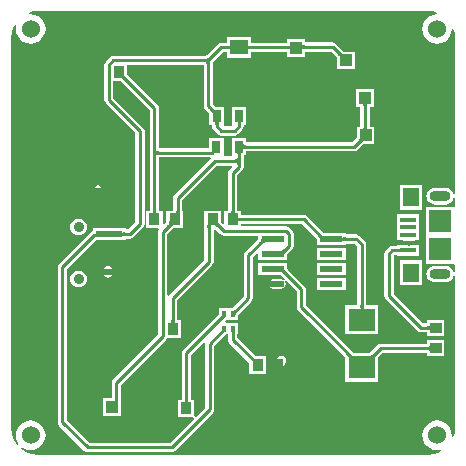
<source format=gtl>
G04*
G04 #@! TF.GenerationSoftware,Altium Limited,Altium Designer,19.1.5 (86)*
G04*
G04 Layer_Physical_Order=1*
G04 Layer_Color=255*
%FSLAX25Y25*%
%MOIN*%
G70*
G01*
G75*
%ADD13C,0.01000*%
%ADD15R,0.03543X0.03937*%
%ADD16R,0.08858X0.07677*%
%ADD17R,0.07756X0.02244*%
%ADD18R,0.03937X0.03543*%
%ADD19R,0.01575X0.01968*%
%ADD20R,0.09843X0.07874*%
%ADD21R,0.09055X0.01968*%
%ADD22R,0.02800X0.03900*%
%ADD23R,0.05906X0.05118*%
%ADD24R,0.03937X0.03937*%
%ADD25R,0.07480X0.07480*%
%ADD26R,0.05512X0.06299*%
%ADD27R,0.05315X0.01575*%
%ADD28R,0.03937X0.03937*%
%ADD47C,0.03543*%
%ADD48O,0.07087X0.03543*%
%ADD49C,0.01968*%
%ADD50C,0.06000*%
%ADD51C,0.02362*%
G36*
X141754Y148821D02*
X142905Y148471D01*
X142864Y147962D01*
X141711Y147810D01*
X140510Y147312D01*
X139479Y146521D01*
X138688Y145490D01*
X138190Y144289D01*
X138020Y143000D01*
X138190Y141711D01*
X138688Y140510D01*
X139479Y139479D01*
X140510Y138688D01*
X141711Y138190D01*
X143000Y138020D01*
X144289Y138190D01*
X145490Y138688D01*
X146521Y139479D01*
X147312Y140510D01*
X147810Y141711D01*
X147962Y142864D01*
X148471Y142905D01*
X148821Y141754D01*
X148986Y140076D01*
X148971Y140000D01*
Y88033D01*
X148472Y87991D01*
X148193Y88665D01*
X147748Y89245D01*
X147169Y89689D01*
X146495Y89968D01*
X145772Y90063D01*
X142228D01*
X141505Y89968D01*
X140831Y89689D01*
X140252Y89245D01*
X139807Y88665D01*
X139528Y87991D01*
X139433Y87268D01*
X139528Y86544D01*
X139807Y85870D01*
X140252Y85291D01*
X140831Y84847D01*
X141505Y84567D01*
X142228Y84472D01*
X145772D01*
X146495Y84567D01*
X147169Y84847D01*
X147748Y85291D01*
X148193Y85870D01*
X148472Y86544D01*
X148971Y86502D01*
Y84145D01*
X148740Y83740D01*
X148471Y83740D01*
X139260D01*
Y74260D01*
Y64811D01*
X148471D01*
X148740Y64811D01*
X148971Y64407D01*
Y62049D01*
X148472Y62007D01*
X148193Y62681D01*
X147748Y63260D01*
X147169Y63705D01*
X146495Y63984D01*
X145772Y64079D01*
X142228D01*
X141505Y63984D01*
X140831Y63705D01*
X140252Y63260D01*
X139807Y62681D01*
X139528Y62007D01*
X139433Y61283D01*
X139528Y60560D01*
X139807Y59886D01*
X140252Y59307D01*
X140831Y58862D01*
X141505Y58583D01*
X142228Y58488D01*
X145772D01*
X146495Y58583D01*
X147169Y58862D01*
X147748Y59307D01*
X148193Y59886D01*
X148472Y60560D01*
X148971Y60518D01*
Y10000D01*
X148986Y9924D01*
X148821Y8246D01*
X148399Y6856D01*
X147909Y6962D01*
X147980Y7500D01*
X147810Y8789D01*
X147312Y9990D01*
X146521Y11021D01*
X145490Y11812D01*
X144289Y12310D01*
X143000Y12480D01*
X141711Y12310D01*
X140510Y11812D01*
X139479Y11021D01*
X138688Y9990D01*
X138190Y8789D01*
X138020Y7500D01*
X138190Y6211D01*
X138688Y5010D01*
X139479Y3979D01*
X140510Y3187D01*
X141711Y2690D01*
X143000Y2520D01*
X144289Y2690D01*
X144446Y2228D01*
X143442Y1691D01*
X141754Y1179D01*
X140076Y1014D01*
X140000Y1029D01*
X10000D01*
X9924Y1014D01*
X8246Y1179D01*
X6558Y1691D01*
X5003Y2522D01*
X4251Y3140D01*
X4562Y3532D01*
X5010Y3187D01*
X6211Y2690D01*
X7500Y2520D01*
X8789Y2690D01*
X9990Y3187D01*
X11021Y3979D01*
X11812Y5010D01*
X12310Y6211D01*
X12480Y7500D01*
X12310Y8789D01*
X11812Y9990D01*
X11021Y11021D01*
X9990Y11812D01*
X8789Y12310D01*
X7500Y12480D01*
X6211Y12310D01*
X5010Y11812D01*
X3979Y11021D01*
X3187Y9990D01*
X2690Y8789D01*
X2520Y7500D01*
X2690Y6211D01*
X3187Y5010D01*
X3532Y4562D01*
X3140Y4251D01*
X2522Y5003D01*
X1691Y6558D01*
X1179Y8246D01*
X1014Y9924D01*
X1029Y10000D01*
Y140000D01*
X1014Y140076D01*
X1179Y141754D01*
X1691Y143442D01*
X2228Y144446D01*
X2690Y144289D01*
X2520Y143000D01*
X2690Y141711D01*
X3187Y140510D01*
X3979Y139479D01*
X5010Y138688D01*
X6211Y138190D01*
X7500Y138020D01*
X8789Y138190D01*
X9990Y138688D01*
X11021Y139479D01*
X11812Y140510D01*
X12310Y141711D01*
X12480Y143000D01*
X12310Y144289D01*
X11812Y145490D01*
X11021Y146521D01*
X9990Y147312D01*
X8789Y147810D01*
X7500Y147980D01*
X6962Y147909D01*
X6856Y148399D01*
X8246Y148821D01*
X9924Y148986D01*
X10000Y148971D01*
X140000D01*
X140076Y148986D01*
X141754Y148821D01*
D02*
G37*
%LPC*%
G36*
X80953Y140405D02*
X73047D01*
Y138376D01*
X71060D01*
X70474Y138259D01*
X69978Y137928D01*
X66369Y134318D01*
X66313Y134273D01*
X66224Y134213D01*
X66134Y134162D01*
X66043Y134120D01*
X65948Y134085D01*
X65848Y134057D01*
X65742Y134037D01*
X65671Y134029D01*
X35138D01*
X34553Y133913D01*
X34057Y133581D01*
X32497Y132022D01*
X32166Y131526D01*
X32049Y130940D01*
Y119452D01*
X32166Y118867D01*
X32497Y118371D01*
X42471Y108398D01*
Y78633D01*
X40004Y76167D01*
X39264D01*
Y76622D01*
X38290D01*
X38252Y76630D01*
X38214Y76622D01*
X38154D01*
X38139Y76623D01*
X38135Y76622D01*
X28209D01*
Y75572D01*
X28183Y75567D01*
X27687Y75235D01*
X17029Y64577D01*
X16697Y64081D01*
X16581Y63495D01*
Y11890D01*
X16697Y11304D01*
X17029Y10808D01*
X25419Y2419D01*
X25915Y2087D01*
X26500Y1971D01*
X54500D01*
X55085Y2087D01*
X55581Y2419D01*
X68249Y15086D01*
X68580Y15582D01*
X68697Y16167D01*
Y37353D01*
X72497Y41154D01*
X73349D01*
Y39472D01*
X73465Y38887D01*
X73796Y38391D01*
X80382Y31806D01*
Y28032D01*
X85925D01*
Y33968D01*
X82545D01*
X76407Y40106D01*
Y41154D01*
X76665D01*
Y45122D01*
X72549D01*
X72339Y45599D01*
X72563Y45878D01*
X76665D01*
Y47382D01*
X76673Y47420D01*
X76665Y47458D01*
Y47645D01*
X76876Y47894D01*
X81103Y52121D01*
X81435Y52618D01*
X81551Y53203D01*
Y66888D01*
X82916Y68253D01*
X83378Y68062D01*
Y65878D01*
X93134D01*
Y67922D01*
X93341Y68166D01*
X94715Y69541D01*
X95047Y70037D01*
X95163Y70622D01*
Y74743D01*
X95047Y75329D01*
X94715Y75825D01*
X93837Y76704D01*
X93340Y77035D01*
X92755Y77151D01*
X77618D01*
Y77971D01*
X97855D01*
X102621Y73204D01*
X102770Y73045D01*
X102866Y72925D01*
Y70878D01*
X112622D01*
Y71471D01*
X115366D01*
X116323Y70514D01*
Y50957D01*
X112423D01*
Y41280D01*
X123281D01*
Y50957D01*
X119382D01*
Y71148D01*
X119265Y71733D01*
X118934Y72229D01*
X117081Y74081D01*
X116585Y74413D01*
X116000Y74529D01*
X112622D01*
Y75122D01*
X105066D01*
X104822Y75329D01*
X99570Y80581D01*
X99073Y80913D01*
X98488Y81029D01*
X77618D01*
Y82468D01*
X76376D01*
Y94213D01*
X78081Y95919D01*
X78413Y96415D01*
X78529Y97000D01*
Y100850D01*
X79350D01*
Y102271D01*
X115450D01*
X116035Y102387D01*
X116531Y102719D01*
X118095Y104282D01*
X118255Y104431D01*
X118376Y104528D01*
X118381Y104532D01*
X118569D01*
X118607Y104524D01*
X118646Y104532D01*
X122118D01*
Y110468D01*
X120529D01*
Y117032D01*
X121968D01*
Y122968D01*
X116032D01*
Y117032D01*
X117471D01*
Y110468D01*
X116181D01*
Y106996D01*
X116174Y106958D01*
X116181Y106920D01*
Y106733D01*
X115970Y106484D01*
X114816Y105329D01*
X79350D01*
Y106750D01*
X74550D01*
Y100850D01*
X74183Y100529D01*
X72217D01*
X71850Y100850D01*
Y106750D01*
X67050D01*
Y103222D01*
X50336D01*
Y116496D01*
X50220Y117081D01*
X49889Y117578D01*
X40021Y127445D01*
X39872Y127606D01*
X39775Y127726D01*
X39772Y127732D01*
Y127920D01*
X39779Y127958D01*
X39772Y127996D01*
Y130971D01*
X65184D01*
Y117337D01*
X65300Y116751D01*
X65632Y116255D01*
X66851Y115036D01*
X67000Y114876D01*
X67097Y114755D01*
X67100Y114750D01*
Y114562D01*
X67092Y114524D01*
X67100Y114486D01*
Y111050D01*
X67971D01*
Y110500D01*
X68087Y109915D01*
X68419Y109419D01*
X69919Y107919D01*
X70415Y107587D01*
X71000Y107471D01*
X75500D01*
X76085Y107587D01*
X76581Y107919D01*
X78081Y109419D01*
X78413Y109915D01*
X78529Y110500D01*
Y111050D01*
X79300D01*
Y116950D01*
X74500D01*
Y111050D01*
X74500D01*
X74439Y110575D01*
X74408Y110529D01*
X72092D01*
X72039Y110608D01*
X71900Y111050D01*
X71900D01*
Y116950D01*
X69564D01*
X69526Y116958D01*
X69488Y116950D01*
X69301D01*
X69052Y117161D01*
X68243Y117970D01*
Y131458D01*
X68251Y131529D01*
X68271Y131635D01*
X68298Y131735D01*
X68333Y131829D01*
X68375Y131921D01*
X68426Y132010D01*
X68487Y132099D01*
X68532Y132155D01*
X71693Y135317D01*
X73047D01*
Y133287D01*
X80953D01*
Y135317D01*
X93032D01*
Y133681D01*
X98968D01*
Y135471D01*
X107567D01*
X109483Y133555D01*
X109632Y133394D01*
X109729Y133273D01*
X109732Y133268D01*
Y133080D01*
X109725Y133042D01*
X109732Y133004D01*
Y129532D01*
X115669D01*
Y135468D01*
X112197D01*
X112159Y135476D01*
X112120Y135468D01*
X111934D01*
X111684Y135679D01*
X109282Y138081D01*
X108786Y138413D01*
X108201Y138529D01*
X98968D01*
Y139618D01*
X96306D01*
X96000Y139679D01*
X95694Y139618D01*
X93032D01*
Y138376D01*
X80953D01*
Y140405D01*
D02*
G37*
G36*
X29906Y90825D02*
X29320Y90708D01*
X28824Y90377D01*
X28493Y89881D01*
X28376Y89295D01*
X28493Y88710D01*
X28824Y88214D01*
X30887Y86151D01*
X30829Y85858D01*
X30945Y85273D01*
X31277Y84777D01*
X31773Y84445D01*
X32358Y84329D01*
X33342D01*
X33928Y84445D01*
X34424Y84777D01*
X34756Y85273D01*
X34872Y85858D01*
X34756Y86444D01*
X34424Y86940D01*
X30987Y90377D01*
X30491Y90708D01*
X29906Y90825D01*
D02*
G37*
G36*
X138110Y91024D02*
X130598D01*
Y82724D01*
X138110D01*
Y91024D01*
D02*
G37*
G36*
X23500Y79796D02*
X22776Y79700D01*
X22102Y79421D01*
X21523Y78977D01*
X21079Y78398D01*
X20800Y77724D01*
X20704Y77000D01*
X20800Y76276D01*
X21079Y75602D01*
X21523Y75023D01*
X22102Y74579D01*
X22776Y74300D01*
X23500Y74204D01*
X24224Y74300D01*
X24898Y74579D01*
X25477Y75023D01*
X25921Y75602D01*
X26200Y76276D01*
X26296Y77000D01*
X26200Y77724D01*
X25921Y78398D01*
X25477Y78977D01*
X24898Y79421D01*
X24224Y79700D01*
X23500Y79796D01*
D02*
G37*
G36*
X137126Y81181D02*
X129811D01*
Y77606D01*
Y75047D01*
Y72488D01*
X131624D01*
X131993Y71988D01*
X131939Y71716D01*
X131993Y71445D01*
X131624Y70945D01*
X129811D01*
Y70687D01*
X128022D01*
X127437Y70570D01*
X126941Y70239D01*
X125911Y69209D01*
X125579Y68713D01*
X125463Y68128D01*
Y53990D01*
X125579Y53405D01*
X125911Y52909D01*
X136554Y42265D01*
X137050Y41934D01*
X137636Y41817D01*
X139532D01*
Y40575D01*
X145468D01*
Y46118D01*
X139532D01*
Y44876D01*
X138269D01*
X128522Y54624D01*
Y67494D01*
X128656Y67628D01*
X129811D01*
Y67370D01*
X137126D01*
Y70945D01*
X135564D01*
X135247Y71331D01*
X135269Y71445D01*
X135215Y71716D01*
X135270Y71988D01*
X135247Y72102D01*
X135564Y72488D01*
X137126D01*
Y75047D01*
Y77606D01*
Y81181D01*
D02*
G37*
G36*
X112622Y70122D02*
X102866D01*
Y65878D01*
X112622D01*
Y70122D01*
D02*
G37*
G36*
Y65122D02*
X102866D01*
Y60878D01*
X112622D01*
Y65122D01*
D02*
G37*
G36*
X93134D02*
X83378D01*
Y60878D01*
X90670D01*
X90708Y60870D01*
X90746Y60878D01*
X90933D01*
X91182Y60667D01*
X92313Y59536D01*
X91994Y59148D01*
X91597Y59413D01*
X91012Y59529D01*
X88256D01*
X87671Y59413D01*
X87174Y59081D01*
X86843Y58585D01*
X86726Y58000D01*
X86843Y57415D01*
X87174Y56919D01*
X87671Y56587D01*
X88256Y56471D01*
X91012D01*
X91597Y56587D01*
X92093Y56919D01*
X92425Y57415D01*
X92541Y58000D01*
X92425Y58585D01*
X92159Y58982D01*
X92548Y59301D01*
X96193Y55656D01*
Y50304D01*
X96309Y49718D01*
X96640Y49222D01*
X112203Y33659D01*
X112378Y33473D01*
X112423Y33418D01*
Y25335D01*
X123281D01*
Y33412D01*
X123455Y33613D01*
X124840Y34998D01*
X139532D01*
Y33882D01*
X145468D01*
Y39425D01*
X139532D01*
Y38057D01*
X124206D01*
X123621Y37940D01*
X123125Y37609D01*
X120745Y35229D01*
X120676Y35168D01*
X120561Y35078D01*
X120469Y35015D01*
X120464Y35012D01*
X115241D01*
X115235Y35015D01*
X115155Y35070D01*
X114935Y35253D01*
X99251Y50937D01*
Y56290D01*
X99135Y56875D01*
X98803Y57371D01*
X93383Y62792D01*
X93234Y62952D01*
X93137Y63073D01*
X93134Y63078D01*
Y63266D01*
X93141Y63304D01*
X93134Y63342D01*
Y65122D01*
D02*
G37*
G36*
X138110Y65827D02*
X130598D01*
Y57528D01*
X138110D01*
Y65827D01*
D02*
G37*
G36*
X112622Y60122D02*
X102866D01*
Y55878D01*
X112622D01*
Y60122D01*
D02*
G37*
G36*
X12673Y52348D02*
X11689D01*
X11104Y52232D01*
X10607Y51900D01*
X9919Y51211D01*
X9587Y50715D01*
X9471Y50130D01*
X9587Y49545D01*
X9919Y49049D01*
X10415Y48717D01*
X11000Y48601D01*
X11585Y48717D01*
X12081Y49049D01*
X12323Y49290D01*
X12673D01*
X13259Y49406D01*
X13755Y49738D01*
X14086Y50234D01*
X14203Y50819D01*
X14086Y51404D01*
X13755Y51900D01*
X13259Y52232D01*
X12673Y52348D01*
D02*
G37*
G36*
X91118Y33998D02*
X90533Y33882D01*
X90037Y33550D01*
X88765Y32278D01*
X88433Y31782D01*
X88317Y31197D01*
Y31000D01*
X88433Y30415D01*
X88765Y29919D01*
X89261Y29587D01*
X89846Y29471D01*
X90432Y29587D01*
X90928Y29919D01*
X91259Y30415D01*
X91267Y30455D01*
X92199Y31387D01*
X92531Y31883D01*
X92647Y32469D01*
X92531Y33054D01*
X92199Y33550D01*
X91703Y33882D01*
X91118Y33998D01*
D02*
G37*
%LPD*%
G36*
X97955Y137905D02*
X97985Y137820D01*
X98036Y137745D01*
X98106Y137680D01*
X98198Y137625D01*
X98309Y137580D01*
X98440Y137545D01*
X98592Y137520D01*
X98764Y137505D01*
X98957Y137500D01*
Y136500D01*
X98764Y136495D01*
X98592Y136480D01*
X98440Y136455D01*
X98309Y136420D01*
X98198Y136375D01*
X98106Y136320D01*
X98036Y136255D01*
X97985Y136180D01*
X97955Y136095D01*
X97944Y136000D01*
Y138000D01*
X97955Y137905D01*
D02*
G37*
G36*
X94055Y135846D02*
X94045Y135942D01*
X94015Y136026D01*
X93964Y136101D01*
X93894Y136167D01*
X93802Y136222D01*
X93691Y136267D01*
X93560Y136301D01*
X93408Y136326D01*
X93236Y136342D01*
X93044Y136346D01*
Y137346D01*
X93236Y137351D01*
X93408Y137366D01*
X93560Y137391D01*
X93691Y137426D01*
X93802Y137471D01*
X93894Y137526D01*
X93964Y137592D01*
X94015Y137666D01*
X94045Y137751D01*
X94055Y137847D01*
Y135846D01*
D02*
G37*
G36*
X79939Y137751D02*
X79969Y137666D01*
X80020Y137592D01*
X80091Y137526D01*
X80182Y137471D01*
X80293Y137426D01*
X80425Y137391D01*
X80576Y137366D01*
X80748Y137351D01*
X80941Y137346D01*
Y136346D01*
X80748Y136342D01*
X80576Y136326D01*
X80425Y136301D01*
X80293Y136267D01*
X80182Y136222D01*
X80091Y136167D01*
X80020Y136101D01*
X79969Y136026D01*
X79939Y135942D01*
X79929Y135846D01*
Y137847D01*
X79939Y137751D01*
D02*
G37*
G36*
X74071Y135846D02*
X74061Y135942D01*
X74031Y136026D01*
X73980Y136101D01*
X73909Y136167D01*
X73818Y136222D01*
X73707Y136267D01*
X73575Y136301D01*
X73424Y136326D01*
X73251Y136342D01*
X73059Y136346D01*
Y137346D01*
X73251Y137351D01*
X73424Y137366D01*
X73575Y137391D01*
X73707Y137426D01*
X73818Y137471D01*
X73909Y137526D01*
X73980Y137592D01*
X74031Y137666D01*
X74061Y137751D01*
X74071Y137847D01*
Y135846D01*
D02*
G37*
G36*
X110949Y134966D02*
X111317Y134654D01*
X111480Y134541D01*
X111628Y134457D01*
X111762Y134400D01*
X111883Y134372D01*
X111989D01*
X112081Y134400D01*
X112159Y134457D01*
X110744Y133042D01*
X110801Y133120D01*
X110829Y133212D01*
Y133318D01*
X110801Y133438D01*
X110744Y133573D01*
X110659Y133721D01*
X110546Y133884D01*
X110405Y134061D01*
X110037Y134457D01*
X110744Y135164D01*
X110949Y134966D01*
D02*
G37*
G36*
X67920Y133000D02*
X67786Y132856D01*
X67666Y132705D01*
X67560Y132549D01*
X67468Y132387D01*
X67390Y132220D01*
X67326Y132046D01*
X67277Y131867D01*
X67242Y131681D01*
X67220Y131490D01*
X67213Y131293D01*
X66213Y131000D01*
X66203Y131190D01*
X66173Y131360D01*
X66123Y131510D01*
X66053Y131640D01*
X65963Y131750D01*
X65853Y131840D01*
X65723Y131910D01*
X65573Y131960D01*
X65403Y131990D01*
X65213Y132000D01*
X65506Y133000D01*
X65703Y133007D01*
X65895Y133028D01*
X66080Y133064D01*
X66259Y133113D01*
X66433Y133177D01*
X66601Y133255D01*
X66763Y133346D01*
X66919Y133452D01*
X67069Y133573D01*
X67213Y133707D01*
X67920Y133000D01*
D02*
G37*
G36*
X38703Y127880D02*
X38675Y127788D01*
Y127682D01*
X38703Y127562D01*
X38760Y127427D01*
X38844Y127279D01*
X38958Y127116D01*
X39099Y126939D01*
X39467Y126543D01*
X38760Y125836D01*
X38555Y126034D01*
X38187Y126346D01*
X38024Y126459D01*
X37876Y126543D01*
X37741Y126600D01*
X37621Y126628D01*
X37515D01*
X37423Y126600D01*
X37345Y126543D01*
X38760Y127958D01*
X38703Y127880D01*
D02*
G37*
G36*
X37819Y125321D02*
X47278Y115863D01*
Y101693D01*
Y82468D01*
X46035D01*
Y76531D01*
X49915D01*
X50183Y76032D01*
X50087Y75888D01*
X49971Y75303D01*
Y43881D01*
X49471Y43729D01*
X49235Y44081D01*
X48739Y44413D01*
X48154Y44529D01*
X47568Y44413D01*
X47072Y44081D01*
X46741Y43585D01*
X46624Y43000D01*
Y42803D01*
X46741Y42218D01*
X47072Y41722D01*
X47568Y41390D01*
X48154Y41274D01*
X48739Y41390D01*
X49235Y41722D01*
X49471Y42074D01*
X49971Y41923D01*
Y41118D01*
X35037Y26184D01*
X34705Y25688D01*
X34589Y25103D01*
Y19969D01*
X31681D01*
Y14031D01*
X37618D01*
Y18321D01*
X37648Y18469D01*
Y24470D01*
X52581Y39404D01*
X52913Y39900D01*
X52939Y40031D01*
X57618D01*
Y45968D01*
X56376D01*
Y52713D01*
X68052Y64389D01*
X68384Y64885D01*
X68500Y65471D01*
Y76066D01*
X68910Y76287D01*
X69000Y76294D01*
X70753Y74541D01*
X71249Y74209D01*
X71835Y74093D01*
X83378D01*
Y73342D01*
X83370Y73304D01*
X83378Y73266D01*
Y73079D01*
X83167Y72830D01*
X78940Y68603D01*
X78609Y68107D01*
X78492Y67522D01*
Y53836D01*
X74752Y50096D01*
X74591Y49947D01*
X74470Y49850D01*
X74465Y49846D01*
X74277D01*
X74239Y49854D01*
X74201Y49846D01*
X70335D01*
Y48041D01*
X58265Y35971D01*
X57933Y35475D01*
X57817Y34890D01*
Y19468D01*
X56575D01*
Y13532D01*
X61661D01*
X61869Y13032D01*
X53866Y5029D01*
X27134D01*
X19640Y12523D01*
Y62862D01*
X29402Y72624D01*
X33252D01*
X33400Y72654D01*
X38135D01*
X38139Y72652D01*
X38154Y72654D01*
X38214D01*
X38252Y72646D01*
X38290Y72654D01*
X39264D01*
Y73108D01*
X40638D01*
X41223Y73225D01*
X41719Y73556D01*
X45081Y76919D01*
X45413Y77415D01*
X45529Y78000D01*
Y109031D01*
X45413Y109616D01*
X45081Y110113D01*
X35108Y120086D01*
Y125531D01*
X37307D01*
X37345Y125524D01*
X37384Y125531D01*
X37570D01*
X37819Y125321D01*
D02*
G37*
G36*
X119905Y118045D02*
X119820Y118015D01*
X119745Y117964D01*
X119680Y117894D01*
X119625Y117803D01*
X119580Y117691D01*
X119545Y117560D01*
X119520Y117408D01*
X119505Y117236D01*
X119500Y117043D01*
X118500D01*
X118495Y117236D01*
X118480Y117408D01*
X118455Y117560D01*
X118420Y117691D01*
X118375Y117803D01*
X118320Y117894D01*
X118255Y117964D01*
X118180Y118015D01*
X118095Y118045D01*
X118000Y118055D01*
X120000D01*
X119905Y118045D01*
D02*
G37*
G36*
X68317Y116447D02*
X68685Y116136D01*
X68847Y116023D01*
X68996Y115938D01*
X69130Y115881D01*
X69250Y115853D01*
X69357D01*
X69448Y115881D01*
X69526Y115938D01*
X68112Y114524D01*
X68169Y114602D01*
X68197Y114693D01*
Y114800D01*
X68169Y114920D01*
X68112Y115054D01*
X68027Y115203D01*
X67914Y115365D01*
X67773Y115542D01*
X67405Y115938D01*
X68112Y116645D01*
X68317Y116447D01*
D02*
G37*
G36*
X70405Y112064D02*
X70320Y112033D01*
X70245Y111983D01*
X70180Y111912D01*
X70125Y111821D01*
X70080Y111710D01*
X70045Y111578D01*
X70020Y111426D01*
X70005Y111254D01*
X70000Y111062D01*
X69000D01*
X68995Y111254D01*
X68980Y111426D01*
X68955Y111578D01*
X68920Y111710D01*
X68875Y111821D01*
X68820Y111912D01*
X68755Y111983D01*
X68680Y112033D01*
X68595Y112064D01*
X68500Y112074D01*
X70500D01*
X70405Y112064D01*
D02*
G37*
G36*
X119505Y110264D02*
X119520Y110092D01*
X119545Y109940D01*
X119580Y109809D01*
X119625Y109697D01*
X119680Y109606D01*
X119745Y109536D01*
X119820Y109485D01*
X119905Y109455D01*
X120000Y109444D01*
X118000D01*
X118095Y109455D01*
X118180Y109485D01*
X118255Y109536D01*
X118320Y109606D01*
X118375Y109697D01*
X118420Y109809D01*
X118455Y109940D01*
X118480Y110092D01*
X118495Y110264D01*
X118500Y110457D01*
X119500D01*
X119505Y110264D01*
D02*
G37*
G36*
X118607Y105543D02*
X118529Y105600D01*
X118438Y105628D01*
X118332D01*
X118211Y105600D01*
X118077Y105543D01*
X117929Y105459D01*
X117766Y105345D01*
X117589Y105204D01*
X117193Y104836D01*
X116486Y105543D01*
X116684Y105749D01*
X116995Y106116D01*
X117108Y106279D01*
X117193Y106427D01*
X117250Y106562D01*
X117278Y106682D01*
Y106788D01*
X117250Y106880D01*
X117193Y106958D01*
X118607Y105543D01*
D02*
G37*
G36*
X78336Y104705D02*
X78367Y104620D01*
X78417Y104545D01*
X78488Y104480D01*
X78579Y104425D01*
X78690Y104380D01*
X78822Y104345D01*
X78974Y104320D01*
X79146Y104305D01*
X79338Y104300D01*
Y103300D01*
X79146Y103295D01*
X78974Y103280D01*
X78822Y103255D01*
X78690Y103220D01*
X78579Y103175D01*
X78488Y103120D01*
X78417Y103055D01*
X78367Y102980D01*
X78336Y102895D01*
X78326Y102800D01*
Y104800D01*
X78336Y104705D01*
D02*
G37*
G36*
X77905Y101864D02*
X77820Y101833D01*
X77745Y101783D01*
X77680Y101712D01*
X77625Y101621D01*
X77580Y101510D01*
X77545Y101378D01*
X77520Y101226D01*
X77505Y101054D01*
X77500Y100862D01*
X76500D01*
X76495Y101054D01*
X76480Y101226D01*
X76455Y101378D01*
X76420Y101510D01*
X76375Y101621D01*
X76320Y101712D01*
X76255Y101783D01*
X76180Y101833D01*
X76095Y101864D01*
X76000Y101874D01*
X78000D01*
X77905Y101864D01*
D02*
G37*
G36*
X49317Y103003D02*
X49347Y102833D01*
X49397Y102683D01*
X49467Y102553D01*
X49557Y102443D01*
X49667Y102353D01*
X49797Y102283D01*
X49947Y102233D01*
X50117Y102203D01*
X50307Y102193D01*
Y101193D01*
X50117Y101183D01*
X49947Y101153D01*
X49797Y101103D01*
X49667Y101033D01*
X49557Y100943D01*
X49467Y100833D01*
X49397Y100703D01*
X49347Y100553D01*
X49317Y100383D01*
X49307Y100193D01*
X48307Y101693D01*
X49307Y103193D01*
X49317Y103003D01*
D02*
G37*
G36*
X77500Y99000D02*
X76500Y97500D01*
X76490Y97690D01*
X76460Y97860D01*
X76410Y98010D01*
X76340Y98140D01*
X76250Y98250D01*
X76140Y98340D01*
X76010Y98410D01*
X75860Y98460D01*
X75690Y98490D01*
X75500Y98500D01*
Y99500D01*
X75690Y99510D01*
X75860Y99540D01*
X76010Y99590D01*
X76140Y99660D01*
X76250Y99750D01*
X76340Y99860D01*
X76410Y99990D01*
X76460Y100140D01*
X76490Y100310D01*
X76500Y100500D01*
X77500Y99000D01*
D02*
G37*
G36*
X75352Y82264D02*
X75366Y82092D01*
X75392Y81940D01*
X75427Y81809D01*
X75472Y81697D01*
X75526Y81606D01*
X75591Y81536D01*
X75666Y81485D01*
X75752Y81455D01*
X75846Y81445D01*
X73847D01*
X73941Y81455D01*
X74027Y81485D01*
X74102Y81536D01*
X74167Y81606D01*
X74221Y81697D01*
X74266Y81809D01*
X74301Y81940D01*
X74326Y82092D01*
X74341Y82264D01*
X74347Y82456D01*
X75346D01*
X75352Y82264D01*
D02*
G37*
G36*
X57003Y82266D02*
X57042Y81817D01*
X57065Y81707D01*
X57094Y81616D01*
X57127Y81546D01*
X57166Y81497D01*
X57210Y81467D01*
X57260Y81457D01*
X55500Y81445D01*
X55595Y81455D01*
X55680Y81486D01*
X55755Y81537D01*
X55820Y81608D01*
X55875Y81699D01*
X55920Y81810D01*
X55955Y81942D01*
X55980Y82093D01*
X55995Y82265D01*
X56000Y82456D01*
X57000D01*
X57003Y82266D01*
D02*
G37*
G36*
X49312Y82264D02*
X49327Y82092D01*
X49352Y81940D01*
X49387Y81809D01*
X49432Y81697D01*
X49487Y81606D01*
X49552Y81536D01*
X49627Y81485D01*
X49712Y81455D01*
X49807Y81445D01*
X47807D01*
X47902Y81455D01*
X47987Y81485D01*
X48062Y81536D01*
X48127Y81606D01*
X48182Y81697D01*
X48227Y81809D01*
X48262Y81940D01*
X48287Y82092D01*
X48302Y82264D01*
X48307Y82456D01*
X49307D01*
X49312Y82264D01*
D02*
G37*
G36*
X76616Y80405D02*
X76646Y80320D01*
X76696Y80245D01*
X76766Y80180D01*
X76856Y80125D01*
X76966Y80080D01*
X77096Y80045D01*
X77246Y80020D01*
X77416Y80005D01*
X77606Y80000D01*
Y79000D01*
X77416Y78995D01*
X77246Y78980D01*
X77096Y78955D01*
X76966Y78920D01*
X76856Y78875D01*
X76766Y78820D01*
X76696Y78755D01*
X76646Y78680D01*
X76616Y78595D01*
X76606Y78500D01*
Y80500D01*
X76616Y80405D01*
D02*
G37*
G36*
X67501Y99664D02*
X55419Y87581D01*
X55087Y87085D01*
X54971Y86500D01*
Y82468D01*
X52728D01*
Y78731D01*
X52521Y78487D01*
X52041Y78007D01*
X51579Y78198D01*
Y82468D01*
X50336D01*
Y100163D01*
X67294D01*
X67501Y99664D01*
D02*
G37*
G36*
X74846Y97009D02*
X73765Y95928D01*
X73434Y95432D01*
X73317Y94846D01*
Y82468D01*
X72075D01*
Y78198D01*
X71613Y78007D01*
X71175Y78445D01*
X71025Y78606D01*
X70929Y78727D01*
X70925Y78732D01*
Y78920D01*
X70933Y78958D01*
X70925Y78996D01*
Y82468D01*
X65382D01*
Y77575D01*
X65374Y77536D01*
X65382Y77499D01*
Y76531D01*
X65441D01*
Y66104D01*
X53765Y54428D01*
X53529Y54075D01*
X53029Y54227D01*
Y74670D01*
X54647Y76287D01*
X54806Y76435D01*
X54926Y76531D01*
X58272D01*
Y81424D01*
X58279Y81463D01*
X58272Y81500D01*
Y82468D01*
X58029D01*
Y85866D01*
X69634Y97471D01*
X74654D01*
X74846Y97009D01*
D02*
G37*
G36*
X55155Y77556D02*
X55078Y77611D01*
X54987Y77638D01*
X54881Y77637D01*
X54761Y77607D01*
X54627Y77549D01*
X54479Y77464D01*
X54316Y77349D01*
X54138Y77206D01*
X53740Y76836D01*
X53033Y77543D01*
X53232Y77750D01*
X53546Y78119D01*
X53660Y78282D01*
X53746Y78430D01*
X53804Y78565D01*
X53834Y78685D01*
X53835Y78790D01*
X53808Y78881D01*
X53752Y78958D01*
X55155Y77556D01*
D02*
G37*
G36*
X69857Y78880D02*
X69828Y78788D01*
Y78682D01*
X69857Y78562D01*
X69913Y78427D01*
X69998Y78279D01*
X70111Y78116D01*
X70253Y77939D01*
X70620Y77543D01*
X69913Y76836D01*
X69708Y77034D01*
X69340Y77346D01*
X69178Y77459D01*
X69029Y77543D01*
X68895Y77600D01*
X68775Y77628D01*
X68669D01*
X68577Y77600D01*
X68499Y77543D01*
X69913Y78958D01*
X69857Y78880D01*
D02*
G37*
G36*
X67876Y77545D02*
X67791Y77514D01*
X67716Y77463D01*
X67651Y77392D01*
X67596Y77301D01*
X67551Y77189D01*
X67516Y77058D01*
X67491Y76907D01*
X67476Y76735D01*
X67471Y76543D01*
X66471D01*
X66470Y76733D01*
X66422Y77504D01*
X66408Y77534D01*
X66394Y77543D01*
X67971Y77556D01*
X67876Y77545D01*
D02*
G37*
G36*
X38262Y75520D02*
X38292Y75440D01*
X38342Y75369D01*
X38412Y75308D01*
X38502Y75256D01*
X38612Y75213D01*
X38742Y75180D01*
X38892Y75157D01*
X39062Y75143D01*
X39252Y75138D01*
Y74138D01*
X39062Y74133D01*
X38892Y74119D01*
X38742Y74095D01*
X38612Y74062D01*
X38502Y74020D01*
X38412Y73968D01*
X38342Y73906D01*
X38292Y73836D01*
X38262Y73755D01*
X38252Y73665D01*
Y75610D01*
X38262Y75520D01*
D02*
G37*
G36*
X104084Y74618D02*
X104453Y74304D01*
X104616Y74190D01*
X104765Y74104D01*
X104899Y74046D01*
X105019Y74017D01*
X105125Y74016D01*
X105216Y74043D01*
X105292Y74098D01*
X103890Y72696D01*
X103946Y72773D01*
X103973Y72864D01*
X103971Y72969D01*
X103942Y73089D01*
X103884Y73223D01*
X103798Y73372D01*
X103684Y73535D01*
X103541Y73712D01*
X103171Y74110D01*
X103878Y74817D01*
X104084Y74618D01*
D02*
G37*
G36*
X111608Y73905D02*
X111638Y73820D01*
X111689Y73745D01*
X111760Y73680D01*
X111851Y73625D01*
X111962Y73580D01*
X112094Y73545D01*
X112246Y73520D01*
X112418Y73505D01*
X112610Y73500D01*
Y72500D01*
X112418Y72495D01*
X112246Y72480D01*
X112094Y72455D01*
X111962Y72420D01*
X111851Y72375D01*
X111760Y72320D01*
X111689Y72255D01*
X111638Y72180D01*
X111608Y72095D01*
X111598Y72000D01*
Y74000D01*
X111608Y73905D01*
D02*
G37*
G36*
X85804Y71890D02*
X85726Y71947D01*
X85634Y71975D01*
X85528D01*
X85408Y71947D01*
X85274Y71890D01*
X85125Y71805D01*
X84963Y71692D01*
X84786Y71551D01*
X84390Y71183D01*
X83683Y71890D01*
X83881Y72095D01*
X84192Y72463D01*
X84305Y72625D01*
X84390Y72774D01*
X84447Y72908D01*
X84475Y73028D01*
Y73134D01*
X84447Y73226D01*
X84390Y73304D01*
X85804Y71890D01*
D02*
G37*
G36*
X92829Y69110D02*
X92630Y68904D01*
X92316Y68535D01*
X92202Y68372D01*
X92116Y68223D01*
X92058Y68089D01*
X92029Y67969D01*
X92027Y67864D01*
X92054Y67773D01*
X92110Y67696D01*
X90708Y69098D01*
X90784Y69043D01*
X90875Y69016D01*
X90981Y69017D01*
X91101Y69046D01*
X91235Y69104D01*
X91384Y69190D01*
X91547Y69304D01*
X91724Y69447D01*
X92122Y69817D01*
X92829Y69110D01*
D02*
G37*
G36*
X118357Y50753D02*
X118372Y50581D01*
X118397Y50429D01*
X118432Y50297D01*
X118477Y50186D01*
X118532Y50095D01*
X118597Y50024D01*
X118672Y49973D01*
X118757Y49943D01*
X118852Y49933D01*
X116852D01*
X116947Y49943D01*
X117032Y49973D01*
X117107Y50024D01*
X117172Y50095D01*
X117227Y50186D01*
X117272Y50297D01*
X117307Y50429D01*
X117332Y50581D01*
X117347Y50753D01*
X117352Y50945D01*
X118352D01*
X118357Y50753D01*
D02*
G37*
G36*
X76360Y48834D02*
X76162Y48629D01*
X75851Y48262D01*
X75738Y48099D01*
X75653Y47951D01*
X75597Y47816D01*
X75568Y47696D01*
Y47590D01*
X75597Y47498D01*
X75653Y47420D01*
X74239Y48834D01*
X74317Y48778D01*
X74409Y48750D01*
X74515D01*
X74635Y48778D01*
X74770Y48834D01*
X74918Y48919D01*
X75081Y49032D01*
X75257Y49174D01*
X75653Y49542D01*
X76360Y48834D01*
D02*
G37*
G36*
X55352Y45764D02*
X55366Y45592D01*
X55392Y45440D01*
X55427Y45309D01*
X55471Y45197D01*
X55527Y45106D01*
X55591Y45036D01*
X55667Y44985D01*
X55752Y44955D01*
X55847Y44945D01*
X53847D01*
X53942Y44955D01*
X54027Y44985D01*
X54102Y45036D01*
X54167Y45106D01*
X54221Y45197D01*
X54267Y45309D01*
X54302Y45440D01*
X54326Y45592D01*
X54342Y45764D01*
X54347Y45957D01*
X55347D01*
X55352Y45764D01*
D02*
G37*
G36*
X36606Y18957D02*
X35118Y18945D01*
X35213Y18955D01*
X35298Y18986D01*
X35373Y19037D01*
X35438Y19108D01*
X35493Y19199D01*
X35538Y19311D01*
X35573Y19442D01*
X35598Y19593D01*
X35613Y19765D01*
X35618Y19956D01*
X36618D01*
X36606Y18957D01*
D02*
G37*
G36*
X65719Y38392D02*
X65638Y37986D01*
Y16801D01*
X62618Y13781D01*
X62118Y13988D01*
Y19468D01*
X60876D01*
Y34256D01*
X65258Y38638D01*
X65719Y38392D01*
D02*
G37*
%LPC*%
G36*
X33252Y64053D02*
X32667Y63937D01*
X32171Y63605D01*
X31839Y63109D01*
X31723Y62524D01*
X31839Y61938D01*
X31864Y61901D01*
X31813Y61646D01*
X31930Y61060D01*
X32261Y60564D01*
X32757Y60233D01*
X33342Y60116D01*
X33928Y60233D01*
X34424Y60564D01*
X34818Y60958D01*
X35149Y61454D01*
X35266Y62039D01*
X35149Y62625D01*
X34818Y63121D01*
X34333Y63605D01*
X33837Y63937D01*
X33252Y64053D01*
D02*
G37*
G36*
X23500Y62473D02*
X22776Y62378D01*
X22102Y62098D01*
X21523Y61654D01*
X21079Y61075D01*
X20800Y60401D01*
X20704Y59677D01*
X20800Y58954D01*
X21079Y58279D01*
X21523Y57700D01*
X22102Y57256D01*
X22776Y56977D01*
X23500Y56882D01*
X24224Y56977D01*
X24898Y57256D01*
X25477Y57700D01*
X25921Y58279D01*
X26200Y58954D01*
X26296Y59677D01*
X26200Y60401D01*
X25921Y61075D01*
X25477Y61654D01*
X24898Y62098D01*
X24224Y62378D01*
X23500Y62473D01*
D02*
G37*
G36*
X52653Y18029D02*
X52068Y17913D01*
X51572Y17581D01*
X51241Y17085D01*
X51124Y16500D01*
Y16303D01*
X51241Y15718D01*
X51572Y15222D01*
X52068Y14890D01*
X52653Y14774D01*
X53239Y14890D01*
X53735Y15222D01*
X54066Y15718D01*
X54183Y16303D01*
Y16500D01*
X54066Y17085D01*
X53735Y17581D01*
X53239Y17913D01*
X52653Y18029D01*
D02*
G37*
%LPD*%
G36*
X140556Y42347D02*
X140545Y42441D01*
X140515Y42527D01*
X140464Y42601D01*
X140394Y42667D01*
X140303Y42722D01*
X140191Y42766D01*
X140060Y42801D01*
X139908Y42827D01*
X139736Y42842D01*
X139543Y42847D01*
Y43846D01*
X139736Y43852D01*
X139908Y43867D01*
X140060Y43892D01*
X140191Y43927D01*
X140303Y43971D01*
X140394Y44026D01*
X140464Y44091D01*
X140515Y44166D01*
X140545Y44251D01*
X140556Y44346D01*
Y42347D01*
D02*
G37*
G36*
X92065Y63226D02*
X92037Y63134D01*
Y63028D01*
X92065Y62908D01*
X92122Y62774D01*
X92207Y62625D01*
X92320Y62463D01*
X92461Y62286D01*
X92829Y61890D01*
X92122Y61183D01*
X91917Y61381D01*
X91549Y61692D01*
X91386Y61805D01*
X91238Y61890D01*
X91104Y61946D01*
X90983Y61975D01*
X90877D01*
X90785Y61946D01*
X90708Y61890D01*
X92122Y63304D01*
X92065Y63226D01*
D02*
G37*
G36*
X140556Y35528D02*
X140545Y35623D01*
X140515Y35708D01*
X140464Y35783D01*
X140394Y35848D01*
X140303Y35903D01*
X140191Y35948D01*
X140060Y35983D01*
X139908Y36008D01*
X139736Y36023D01*
X139543Y36028D01*
Y37028D01*
X139736Y37033D01*
X139908Y37048D01*
X140060Y37073D01*
X140191Y37108D01*
X140303Y37153D01*
X140394Y37208D01*
X140464Y37273D01*
X140515Y37348D01*
X140545Y37433D01*
X140556Y37528D01*
Y35528D01*
D02*
G37*
G36*
X122976Y34591D02*
X122751Y34358D01*
X122402Y33954D01*
X122279Y33782D01*
X122190Y33630D01*
X122135Y33499D01*
X122115Y33388D01*
X122128Y33297D01*
X122176Y33227D01*
X122257Y33176D01*
X120265Y33988D01*
X120368Y33959D01*
X120479Y33952D01*
X120599Y33968D01*
X120728Y34006D01*
X120865Y34067D01*
X121011Y34150D01*
X121165Y34256D01*
X121328Y34384D01*
X121499Y34534D01*
X121679Y34707D01*
X122976Y34591D01*
D02*
G37*
G36*
X114205Y34534D02*
X114539Y34256D01*
X114694Y34150D01*
X114839Y34067D01*
X114977Y34006D01*
X115105Y33968D01*
X115225Y33952D01*
X115337Y33959D01*
X115440Y33988D01*
X113447Y33176D01*
X113529Y33227D01*
X113576Y33297D01*
X113590Y33388D01*
X113569Y33499D01*
X113514Y33630D01*
X113425Y33782D01*
X113302Y33954D01*
X113145Y34146D01*
X112728Y34591D01*
X114026Y34707D01*
X114205Y34534D01*
D02*
G37*
D13*
X33579Y119452D02*
Y130940D01*
Y119452D02*
X44000Y109031D01*
X96000Y138150D02*
X97150Y137000D01*
X26500Y3500D02*
X54500D01*
X18110Y11890D02*
X26500Y3500D01*
X18110Y11890D02*
Y63495D01*
X54500Y3500D02*
X67167Y16167D01*
X18110Y63495D02*
X28768Y74154D01*
X33252D01*
X33736Y74638D01*
X36118Y25103D02*
X51500Y40485D01*
X77000Y99000D02*
Y103750D01*
X51500Y40485D02*
Y75303D01*
X76950Y103250D02*
Y103800D01*
X36118Y18469D02*
Y25103D01*
X67167Y16167D02*
Y37986D01*
X72122Y42941D01*
Y43138D01*
X59346Y16500D02*
Y34890D01*
X72122Y47665D01*
Y47862D01*
X74878Y39472D02*
X83153Y31197D01*
Y31000D02*
Y31197D01*
X74878Y39472D02*
Y43138D01*
X67654Y79154D02*
X68500D01*
X66971Y78471D02*
X67654Y79154D01*
X66971Y65471D02*
Y78471D01*
X68154Y79500D02*
X68500Y79154D01*
X54847Y53347D02*
X66971Y65471D01*
X44000Y78000D02*
Y109031D01*
X128022Y69157D02*
X133468D01*
X126992Y68128D02*
X128022Y69157D01*
X116000Y73000D02*
X117852Y71148D01*
Y46118D02*
Y71148D01*
X97722Y50304D02*
X117852Y30173D01*
X97722Y50304D02*
Y56290D01*
X91012Y63000D02*
X97722Y56290D01*
X88256Y63000D02*
X91012D01*
X117852Y30173D02*
X124206Y36528D01*
X107744Y73000D02*
X116000D01*
X126992Y53990D02*
Y68128D01*
X137636Y43347D02*
X142500D01*
X126992Y53990D02*
X137636Y43347D01*
X48807Y79500D02*
Y101693D01*
X67893D01*
X69450Y103250D01*
X48807Y101693D02*
Y116496D01*
X40638Y74638D02*
X44000Y78000D01*
X35508Y74638D02*
X40638D01*
X77000Y110500D02*
Y112000D01*
X75500Y109000D02*
X77000Y110500D01*
X71000Y109000D02*
X75500D01*
X69500Y110500D02*
X71000Y109000D01*
X69500Y110500D02*
Y114000D01*
X66713Y117337D02*
X69500Y114550D01*
X66713Y117337D02*
Y132500D01*
X69500Y114000D02*
Y114550D01*
X35138Y132500D02*
X66713D01*
X71060Y136846D01*
X77000D01*
X108201Y137000D02*
X112701Y132500D01*
X97150Y137000D02*
X108201D01*
X77000Y136846D02*
X95697D01*
X69450Y103250D02*
Y103800D01*
X133468Y71716D02*
X133740Y71445D01*
X133468Y71716D02*
X133740Y71988D01*
X33579Y130940D02*
X35138Y132500D01*
X77000Y97000D02*
Y99000D01*
X69000D02*
X77000D01*
X56500Y86500D02*
X69000Y99000D01*
X56500Y80500D02*
Y86500D01*
X55500Y79500D02*
X56500Y80500D01*
X37000Y128303D02*
X48807Y116496D01*
X37000Y128303D02*
Y128500D01*
X88256Y58000D02*
X91012D01*
X142374Y36528D02*
X142500Y36654D01*
X124206Y36528D02*
X142374D01*
X68500Y78957D02*
X71835Y75622D01*
X54847Y43000D02*
Y53347D01*
X76950Y103800D02*
X77000Y103750D01*
X74847Y94846D02*
X77000Y97000D01*
X74847Y79500D02*
Y94846D01*
Y79500D02*
X98488D01*
X104988Y73000D01*
X107744D01*
X71835Y75622D02*
X92755D01*
X93634Y74743D01*
Y70622D02*
Y74743D01*
X91012Y68000D02*
X93634Y70622D01*
X88256Y68000D02*
X91012D01*
X85500Y73000D02*
X88256D01*
X80022Y67522D02*
X85500Y73000D01*
X80022Y53203D02*
Y67522D01*
X74878Y48059D02*
X80022Y53203D01*
X74878Y47862D02*
Y48059D01*
X11000Y50130D02*
X11689Y50819D01*
X83153Y30803D02*
Y31000D01*
X48154Y42803D02*
Y43000D01*
X89846Y31197D02*
X91118Y32469D01*
X89846Y31000D02*
Y31197D01*
X51500Y75303D02*
X55500Y79303D01*
Y79500D01*
X34650Y17000D02*
X36118Y18469D01*
X11689Y50819D02*
X12673D01*
X32358Y85858D02*
X33342D01*
X33252Y62524D02*
X33736Y62039D01*
X33342Y61646D02*
X33736Y62039D01*
X115450Y103800D02*
X119150Y107500D01*
X76950Y103800D02*
X115450D01*
X59346Y16303D02*
Y16500D01*
X29906Y89295D02*
X33342Y85858D01*
X52653Y16303D02*
Y16500D01*
X119000Y107650D02*
X119150Y107500D01*
X119000Y107650D02*
Y120000D01*
D15*
X37000Y128500D02*
D03*
X30307D02*
D03*
X68154Y79500D02*
D03*
X74847D02*
D03*
X48154Y43000D02*
D03*
X54847D02*
D03*
X89846Y31000D02*
D03*
X83153D02*
D03*
X59346Y16500D02*
D03*
X52653D02*
D03*
X55500Y79500D02*
D03*
X48807D02*
D03*
D16*
X117852Y46118D02*
D03*
Y30173D02*
D03*
D17*
X107744Y73000D02*
D03*
Y68000D02*
D03*
Y63000D02*
D03*
Y58000D02*
D03*
X88256D02*
D03*
Y63000D02*
D03*
Y68000D02*
D03*
Y73000D02*
D03*
D18*
X142500Y36654D02*
D03*
Y43347D02*
D03*
D19*
X72122Y47862D02*
D03*
X74878D02*
D03*
Y43138D02*
D03*
X72122D02*
D03*
D20*
X11689Y50819D02*
D03*
X33342D02*
D03*
Y85858D02*
D03*
X11689D02*
D03*
D21*
X33736Y62039D02*
D03*
Y65189D02*
D03*
Y74638D02*
D03*
Y71488D02*
D03*
Y68339D02*
D03*
D22*
X76900Y114000D02*
D03*
X73200D02*
D03*
X69500D02*
D03*
X69450Y103800D02*
D03*
X76950D02*
D03*
D23*
X77000Y130154D02*
D03*
Y136846D02*
D03*
D24*
X34650Y17000D02*
D03*
X28350D02*
D03*
X119000Y132500D02*
D03*
X112701D02*
D03*
X119000Y120000D02*
D03*
X112701D02*
D03*
X119150Y107500D02*
D03*
X112850D02*
D03*
D25*
X144000Y79000D02*
D03*
Y69551D02*
D03*
D26*
X134354Y86874D02*
D03*
Y61677D02*
D03*
D27*
X133468Y79394D02*
D03*
Y76835D02*
D03*
Y74276D02*
D03*
Y71716D02*
D03*
Y69157D02*
D03*
D28*
X96000Y136650D02*
D03*
Y130350D02*
D03*
D47*
X23500Y59677D02*
D03*
Y77000D02*
D03*
D48*
X144000Y87268D02*
D03*
Y61283D02*
D03*
D49*
Y87268D02*
D03*
Y61283D02*
D03*
D50*
X7500Y7500D02*
D03*
Y143000D02*
D03*
X143000D02*
D03*
Y7500D02*
D03*
D51*
X142126Y136220D02*
D03*
X136220Y124409D02*
D03*
X142126Y112598D02*
D03*
X136220Y100787D02*
D03*
Y53543D02*
D03*
Y29921D02*
D03*
X142126Y18110D02*
D03*
X136220Y6299D02*
D03*
X130315Y136220D02*
D03*
X124409Y124409D02*
D03*
X130315Y112598D02*
D03*
X124409Y100787D02*
D03*
Y77165D02*
D03*
X130315Y41732D02*
D03*
Y18110D02*
D03*
X124409Y6299D02*
D03*
X118504Y136220D02*
D03*
X112598Y124409D02*
D03*
Y100787D02*
D03*
X118504Y88976D02*
D03*
X112598Y77165D02*
D03*
Y53543D02*
D03*
X118504Y18110D02*
D03*
X112598Y6299D02*
D03*
X100787Y124409D02*
D03*
X106693Y112598D02*
D03*
X100787Y100787D02*
D03*
X106693Y88976D02*
D03*
X100787Y53543D02*
D03*
Y29921D02*
D03*
X106693Y18110D02*
D03*
X100787Y6299D02*
D03*
X88976Y124409D02*
D03*
X94882Y112598D02*
D03*
X88976Y100787D02*
D03*
X94882Y88976D02*
D03*
Y65354D02*
D03*
X88976Y53543D02*
D03*
X94882Y41732D02*
D03*
Y18110D02*
D03*
X88976Y6299D02*
D03*
X77165Y124409D02*
D03*
X83071Y112598D02*
D03*
Y88976D02*
D03*
Y41732D02*
D03*
X77165Y29921D02*
D03*
X83071Y18110D02*
D03*
X77165Y6299D02*
D03*
X71260Y88976D02*
D03*
Y65354D02*
D03*
X65354Y53543D02*
D03*
X71260Y18110D02*
D03*
X65354Y6299D02*
D03*
X59449Y136220D02*
D03*
X53543Y124409D02*
D03*
X59449Y112598D02*
D03*
Y65354D02*
D03*
Y41732D02*
D03*
X53543Y29921D02*
D03*
X47638Y136220D02*
D03*
Y65354D02*
D03*
X41732Y53543D02*
D03*
X47638Y18110D02*
D03*
X41732Y6299D02*
D03*
X35827Y136220D02*
D03*
X29921Y124409D02*
D03*
X35827Y112598D02*
D03*
X29921Y100787D02*
D03*
X35827Y41732D02*
D03*
X29921Y29921D02*
D03*
Y6299D02*
D03*
X24016Y136220D02*
D03*
X18110Y124409D02*
D03*
X24016Y112598D02*
D03*
X18110Y100787D02*
D03*
X24016Y88976D02*
D03*
X18110Y77165D02*
D03*
X24016Y65354D02*
D03*
Y41732D02*
D03*
Y18110D02*
D03*
X18110Y6299D02*
D03*
X12205Y136220D02*
D03*
X6299Y124409D02*
D03*
X12205Y112598D02*
D03*
X6299Y100787D02*
D03*
Y77165D02*
D03*
X12205Y65354D02*
D03*
Y41732D02*
D03*
X6299Y29921D02*
D03*
X12205Y18110D02*
D03*
M02*

</source>
